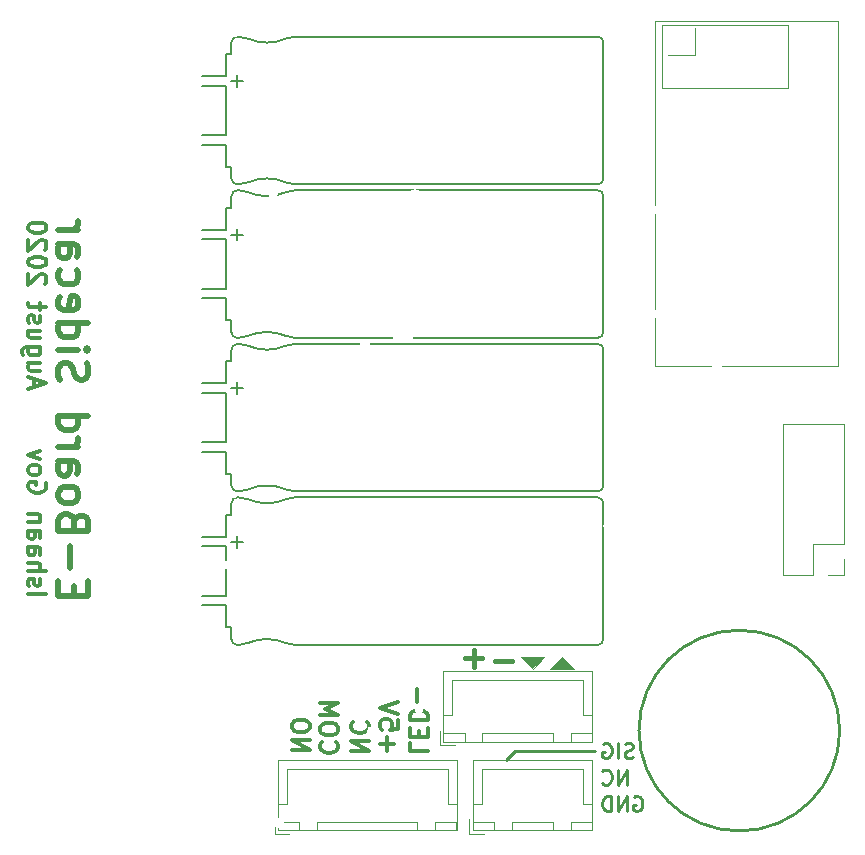
<source format=gbo>
G04 #@! TF.GenerationSoftware,KiCad,Pcbnew,(5.1.4)-1*
G04 #@! TF.CreationDate,2020-09-24T22:51:37-04:00*
G04 #@! TF.ProjectId,EBoard Sidecar,45426f61-7264-4205-9369-64656361722e,rev?*
G04 #@! TF.SameCoordinates,Original*
G04 #@! TF.FileFunction,Legend,Bot*
G04 #@! TF.FilePolarity,Positive*
%FSLAX46Y46*%
G04 Gerber Fmt 4.6, Leading zero omitted, Abs format (unit mm)*
G04 Created by KiCad (PCBNEW (5.1.4)-1) date 2020-09-24 22:51:37*
%MOMM*%
%LPD*%
G04 APERTURE LIST*
%ADD10C,0.304800*%
%ADD11C,0.508000*%
%ADD12C,0.254000*%
%ADD13C,0.381000*%
%ADD14C,0.100000*%
%ADD15C,0.120000*%
%ADD16C,0.203200*%
%ADD17O,5.101600X2.101600*%
%ADD18R,1.801600X1.801600*%
%ADD19O,1.801600X1.801600*%
%ADD20O,1.801600X2.101600*%
%ADD21C,1.801600*%
%ADD22C,1.625600*%
%ADD23R,1.625600X1.625600*%
%ADD24C,1.101600*%
%ADD25O,1.301600X2.501600*%
%ADD26O,1.301600X2.701600*%
%ADD27O,1.801600X2.051600*%
%ADD28C,4.601601*%
%ADD29O,2.701600X1.401600*%
%ADD30O,2.501600X1.301600*%
%ADD31C,1.701600*%
%ADD32R,1.701600X1.701600*%
%ADD33C,2.601600*%
%ADD34C,0.851600*%
%ADD35C,0.701600*%
G04 APERTURE END LIST*
D10*
X105810571Y-124439022D02*
X107334571Y-124439022D01*
X105883142Y-123785880D02*
X105810571Y-123640737D01*
X105810571Y-123350451D01*
X105883142Y-123205308D01*
X106028285Y-123132737D01*
X106100857Y-123132737D01*
X106246000Y-123205308D01*
X106318571Y-123350451D01*
X106318571Y-123568165D01*
X106391142Y-123713308D01*
X106536285Y-123785880D01*
X106608857Y-123785880D01*
X106754000Y-123713308D01*
X106826571Y-123568165D01*
X106826571Y-123350451D01*
X106754000Y-123205308D01*
X105810571Y-122479594D02*
X107334571Y-122479594D01*
X105810571Y-121826451D02*
X106608857Y-121826451D01*
X106754000Y-121899022D01*
X106826571Y-122044165D01*
X106826571Y-122261880D01*
X106754000Y-122407022D01*
X106681428Y-122479594D01*
X105810571Y-120447594D02*
X106608857Y-120447594D01*
X106754000Y-120520165D01*
X106826571Y-120665308D01*
X106826571Y-120955594D01*
X106754000Y-121100737D01*
X105883142Y-120447594D02*
X105810571Y-120592737D01*
X105810571Y-120955594D01*
X105883142Y-121100737D01*
X106028285Y-121173308D01*
X106173428Y-121173308D01*
X106318571Y-121100737D01*
X106391142Y-120955594D01*
X106391142Y-120592737D01*
X106463714Y-120447594D01*
X105810571Y-119068737D02*
X106608857Y-119068737D01*
X106754000Y-119141308D01*
X106826571Y-119286451D01*
X106826571Y-119576737D01*
X106754000Y-119721880D01*
X105883142Y-119068737D02*
X105810571Y-119213880D01*
X105810571Y-119576737D01*
X105883142Y-119721880D01*
X106028285Y-119794451D01*
X106173428Y-119794451D01*
X106318571Y-119721880D01*
X106391142Y-119576737D01*
X106391142Y-119213880D01*
X106463714Y-119068737D01*
X106826571Y-118343022D02*
X105810571Y-118343022D01*
X106681428Y-118343022D02*
X106754000Y-118270451D01*
X106826571Y-118125308D01*
X106826571Y-117907594D01*
X106754000Y-117762451D01*
X106608857Y-117689880D01*
X105810571Y-117689880D01*
X107262000Y-115004737D02*
X107334571Y-115149880D01*
X107334571Y-115367594D01*
X107262000Y-115585308D01*
X107116857Y-115730451D01*
X106971714Y-115803022D01*
X106681428Y-115875594D01*
X106463714Y-115875594D01*
X106173428Y-115803022D01*
X106028285Y-115730451D01*
X105883142Y-115585308D01*
X105810571Y-115367594D01*
X105810571Y-115222451D01*
X105883142Y-115004737D01*
X105955714Y-114932165D01*
X106463714Y-114932165D01*
X106463714Y-115222451D01*
X105810571Y-114061308D02*
X105883142Y-114206451D01*
X105955714Y-114279022D01*
X106100857Y-114351594D01*
X106536285Y-114351594D01*
X106681428Y-114279022D01*
X106754000Y-114206451D01*
X106826571Y-114061308D01*
X106826571Y-113843594D01*
X106754000Y-113698451D01*
X106681428Y-113625880D01*
X106536285Y-113553308D01*
X106100857Y-113553308D01*
X105955714Y-113625880D01*
X105883142Y-113698451D01*
X105810571Y-113843594D01*
X105810571Y-114061308D01*
X106826571Y-113045308D02*
X105810571Y-112682451D01*
X106826571Y-112319594D01*
X106246000Y-106922120D02*
X106246000Y-106196405D01*
X105810571Y-107067262D02*
X107334571Y-106559262D01*
X105810571Y-106051262D01*
X106826571Y-104890120D02*
X105810571Y-104890120D01*
X106826571Y-105543262D02*
X106028285Y-105543262D01*
X105883142Y-105470691D01*
X105810571Y-105325548D01*
X105810571Y-105107834D01*
X105883142Y-104962691D01*
X105955714Y-104890120D01*
X106826571Y-103511262D02*
X105592857Y-103511262D01*
X105447714Y-103583834D01*
X105375142Y-103656405D01*
X105302571Y-103801548D01*
X105302571Y-104019262D01*
X105375142Y-104164405D01*
X105883142Y-103511262D02*
X105810571Y-103656405D01*
X105810571Y-103946691D01*
X105883142Y-104091834D01*
X105955714Y-104164405D01*
X106100857Y-104236977D01*
X106536285Y-104236977D01*
X106681428Y-104164405D01*
X106754000Y-104091834D01*
X106826571Y-103946691D01*
X106826571Y-103656405D01*
X106754000Y-103511262D01*
X106826571Y-102132405D02*
X105810571Y-102132405D01*
X106826571Y-102785548D02*
X106028285Y-102785548D01*
X105883142Y-102712977D01*
X105810571Y-102567834D01*
X105810571Y-102350120D01*
X105883142Y-102204977D01*
X105955714Y-102132405D01*
X105883142Y-101479262D02*
X105810571Y-101334120D01*
X105810571Y-101043834D01*
X105883142Y-100898691D01*
X106028285Y-100826120D01*
X106100857Y-100826120D01*
X106246000Y-100898691D01*
X106318571Y-101043834D01*
X106318571Y-101261548D01*
X106391142Y-101406691D01*
X106536285Y-101479262D01*
X106608857Y-101479262D01*
X106754000Y-101406691D01*
X106826571Y-101261548D01*
X106826571Y-101043834D01*
X106754000Y-100898691D01*
X106826571Y-100390691D02*
X106826571Y-99810120D01*
X107334571Y-100172977D02*
X106028285Y-100172977D01*
X105883142Y-100100405D01*
X105810571Y-99955262D01*
X105810571Y-99810120D01*
X107189428Y-98213548D02*
X107262000Y-98140977D01*
X107334571Y-97995834D01*
X107334571Y-97632977D01*
X107262000Y-97487834D01*
X107189428Y-97415262D01*
X107044285Y-97342691D01*
X106899142Y-97342691D01*
X106681428Y-97415262D01*
X105810571Y-98286120D01*
X105810571Y-97342691D01*
X107334571Y-96399262D02*
X107334571Y-96254120D01*
X107262000Y-96108977D01*
X107189428Y-96036405D01*
X107044285Y-95963834D01*
X106754000Y-95891262D01*
X106391142Y-95891262D01*
X106100857Y-95963834D01*
X105955714Y-96036405D01*
X105883142Y-96108977D01*
X105810571Y-96254120D01*
X105810571Y-96399262D01*
X105883142Y-96544405D01*
X105955714Y-96616977D01*
X106100857Y-96689548D01*
X106391142Y-96762120D01*
X106754000Y-96762120D01*
X107044285Y-96689548D01*
X107189428Y-96616977D01*
X107262000Y-96544405D01*
X107334571Y-96399262D01*
X107189428Y-95310691D02*
X107262000Y-95238120D01*
X107334571Y-95092977D01*
X107334571Y-94730120D01*
X107262000Y-94584977D01*
X107189428Y-94512405D01*
X107044285Y-94439834D01*
X106899142Y-94439834D01*
X106681428Y-94512405D01*
X105810571Y-95383262D01*
X105810571Y-94439834D01*
X107334571Y-93496405D02*
X107334571Y-93351262D01*
X107262000Y-93206120D01*
X107189428Y-93133548D01*
X107044285Y-93060977D01*
X106754000Y-92988405D01*
X106391142Y-92988405D01*
X106100857Y-93060977D01*
X105955714Y-93133548D01*
X105883142Y-93206120D01*
X105810571Y-93351262D01*
X105810571Y-93496405D01*
X105883142Y-93641548D01*
X105955714Y-93714120D01*
X106100857Y-93786691D01*
X106391142Y-93859262D01*
X106754000Y-93859262D01*
X107044285Y-93786691D01*
X107189428Y-93714120D01*
X107262000Y-93641548D01*
X107334571Y-93496405D01*
D11*
X109681428Y-124565038D02*
X109681428Y-123718371D01*
X108350952Y-123355514D02*
X108350952Y-124565038D01*
X110890952Y-124565038D01*
X110890952Y-123355514D01*
X109318571Y-122266942D02*
X109318571Y-120331704D01*
X109681428Y-118275514D02*
X109560476Y-117912657D01*
X109439523Y-117791704D01*
X109197619Y-117670752D01*
X108834761Y-117670752D01*
X108592857Y-117791704D01*
X108471904Y-117912657D01*
X108350952Y-118154561D01*
X108350952Y-119122180D01*
X110890952Y-119122180D01*
X110890952Y-118275514D01*
X110770000Y-118033609D01*
X110649047Y-117912657D01*
X110407142Y-117791704D01*
X110165238Y-117791704D01*
X109923333Y-117912657D01*
X109802380Y-118033609D01*
X109681428Y-118275514D01*
X109681428Y-119122180D01*
X108350952Y-116219323D02*
X108471904Y-116461228D01*
X108592857Y-116582180D01*
X108834761Y-116703133D01*
X109560476Y-116703133D01*
X109802380Y-116582180D01*
X109923333Y-116461228D01*
X110044285Y-116219323D01*
X110044285Y-115856466D01*
X109923333Y-115614561D01*
X109802380Y-115493609D01*
X109560476Y-115372657D01*
X108834761Y-115372657D01*
X108592857Y-115493609D01*
X108471904Y-115614561D01*
X108350952Y-115856466D01*
X108350952Y-116219323D01*
X108350952Y-113195514D02*
X109681428Y-113195514D01*
X109923333Y-113316466D01*
X110044285Y-113558371D01*
X110044285Y-114042180D01*
X109923333Y-114284085D01*
X108471904Y-113195514D02*
X108350952Y-113437419D01*
X108350952Y-114042180D01*
X108471904Y-114284085D01*
X108713809Y-114405038D01*
X108955714Y-114405038D01*
X109197619Y-114284085D01*
X109318571Y-114042180D01*
X109318571Y-113437419D01*
X109439523Y-113195514D01*
X108350952Y-111985990D02*
X110044285Y-111985990D01*
X109560476Y-111985990D02*
X109802380Y-111865038D01*
X109923333Y-111744085D01*
X110044285Y-111502180D01*
X110044285Y-111260276D01*
X108350952Y-109325038D02*
X110890952Y-109325038D01*
X108471904Y-109325038D02*
X108350952Y-109566942D01*
X108350952Y-110050752D01*
X108471904Y-110292657D01*
X108592857Y-110413609D01*
X108834761Y-110534561D01*
X109560476Y-110534561D01*
X109802380Y-110413609D01*
X109923333Y-110292657D01*
X110044285Y-110050752D01*
X110044285Y-109566942D01*
X109923333Y-109325038D01*
X108471904Y-106301228D02*
X108350952Y-105938371D01*
X108350952Y-105333609D01*
X108471904Y-105091704D01*
X108592857Y-104970752D01*
X108834761Y-104849800D01*
X109076666Y-104849800D01*
X109318571Y-104970752D01*
X109439523Y-105091704D01*
X109560476Y-105333609D01*
X109681428Y-105817419D01*
X109802380Y-106059323D01*
X109923333Y-106180276D01*
X110165238Y-106301228D01*
X110407142Y-106301228D01*
X110649047Y-106180276D01*
X110770000Y-106059323D01*
X110890952Y-105817419D01*
X110890952Y-105212657D01*
X110770000Y-104849800D01*
X108350952Y-103761228D02*
X110044285Y-103761228D01*
X110890952Y-103761228D02*
X110770000Y-103882180D01*
X110649047Y-103761228D01*
X110770000Y-103640276D01*
X110890952Y-103761228D01*
X110649047Y-103761228D01*
X108350952Y-101463133D02*
X110890952Y-101463133D01*
X108471904Y-101463133D02*
X108350952Y-101705038D01*
X108350952Y-102188847D01*
X108471904Y-102430752D01*
X108592857Y-102551704D01*
X108834761Y-102672657D01*
X109560476Y-102672657D01*
X109802380Y-102551704D01*
X109923333Y-102430752D01*
X110044285Y-102188847D01*
X110044285Y-101705038D01*
X109923333Y-101463133D01*
X108471904Y-99285990D02*
X108350952Y-99527895D01*
X108350952Y-100011704D01*
X108471904Y-100253609D01*
X108713809Y-100374561D01*
X109681428Y-100374561D01*
X109923333Y-100253609D01*
X110044285Y-100011704D01*
X110044285Y-99527895D01*
X109923333Y-99285990D01*
X109681428Y-99165038D01*
X109439523Y-99165038D01*
X109197619Y-100374561D01*
X108471904Y-96987895D02*
X108350952Y-97229800D01*
X108350952Y-97713609D01*
X108471904Y-97955514D01*
X108592857Y-98076466D01*
X108834761Y-98197419D01*
X109560476Y-98197419D01*
X109802380Y-98076466D01*
X109923333Y-97955514D01*
X110044285Y-97713609D01*
X110044285Y-97229800D01*
X109923333Y-96987895D01*
X108350952Y-94810752D02*
X109681428Y-94810752D01*
X109923333Y-94931704D01*
X110044285Y-95173609D01*
X110044285Y-95657419D01*
X109923333Y-95899323D01*
X108471904Y-94810752D02*
X108350952Y-95052657D01*
X108350952Y-95657419D01*
X108471904Y-95899323D01*
X108713809Y-96020276D01*
X108955714Y-96020276D01*
X109197619Y-95899323D01*
X109318571Y-95657419D01*
X109318571Y-95052657D01*
X109439523Y-94810752D01*
X108350952Y-93601228D02*
X110044285Y-93601228D01*
X109560476Y-93601228D02*
X109802380Y-93480276D01*
X109923333Y-93359323D01*
X110044285Y-93117419D01*
X110044285Y-92875514D01*
D12*
X156463195Y-140574523D02*
X156463195Y-139304523D01*
X155737480Y-140574523D01*
X155737480Y-139304523D01*
X154407004Y-140453571D02*
X154467480Y-140514047D01*
X154648909Y-140574523D01*
X154769861Y-140574523D01*
X154951290Y-140514047D01*
X155072242Y-140393095D01*
X155132719Y-140272142D01*
X155193195Y-140030238D01*
X155193195Y-139848809D01*
X155132719Y-139606904D01*
X155072242Y-139485952D01*
X154951290Y-139365000D01*
X154769861Y-139304523D01*
X154648909Y-139304523D01*
X154467480Y-139365000D01*
X154407004Y-139425476D01*
X147000000Y-137750000D02*
X146250000Y-138500000D01*
X153750000Y-137750000D02*
X147000000Y-137750000D01*
X157007480Y-138264047D02*
X156826052Y-138324523D01*
X156523671Y-138324523D01*
X156402719Y-138264047D01*
X156342242Y-138203571D01*
X156281766Y-138082619D01*
X156281766Y-137961666D01*
X156342242Y-137840714D01*
X156402719Y-137780238D01*
X156523671Y-137719761D01*
X156765576Y-137659285D01*
X156886528Y-137598809D01*
X156947004Y-137538333D01*
X157007480Y-137417380D01*
X157007480Y-137296428D01*
X156947004Y-137175476D01*
X156886528Y-137115000D01*
X156765576Y-137054523D01*
X156463195Y-137054523D01*
X156281766Y-137115000D01*
X155737480Y-138324523D02*
X155737480Y-137054523D01*
X154467480Y-137115000D02*
X154588433Y-137054523D01*
X154769861Y-137054523D01*
X154951290Y-137115000D01*
X155072242Y-137235952D01*
X155132719Y-137356904D01*
X155193195Y-137598809D01*
X155193195Y-137780238D01*
X155132719Y-138022142D01*
X155072242Y-138143095D01*
X154951290Y-138264047D01*
X154769861Y-138324523D01*
X154648909Y-138324523D01*
X154467480Y-138264047D01*
X154407004Y-138203571D01*
X154407004Y-137780238D01*
X154648909Y-137780238D01*
X157067957Y-141615000D02*
X157188909Y-141554523D01*
X157370338Y-141554523D01*
X157551766Y-141615000D01*
X157672719Y-141735952D01*
X157733195Y-141856904D01*
X157793671Y-142098809D01*
X157793671Y-142280238D01*
X157733195Y-142522142D01*
X157672719Y-142643095D01*
X157551766Y-142764047D01*
X157370338Y-142824523D01*
X157249385Y-142824523D01*
X157067957Y-142764047D01*
X157007480Y-142703571D01*
X157007480Y-142280238D01*
X157249385Y-142280238D01*
X156463195Y-142824523D02*
X156463195Y-141554523D01*
X155737480Y-142824523D01*
X155737480Y-141554523D01*
X155132719Y-142824523D02*
X155132719Y-141554523D01*
X154830338Y-141554523D01*
X154648909Y-141615000D01*
X154527957Y-141735952D01*
X154467480Y-141856904D01*
X154407004Y-142098809D01*
X154407004Y-142280238D01*
X154467480Y-142522142D01*
X154527957Y-142643095D01*
X154648909Y-142764047D01*
X154830338Y-142824523D01*
X155132719Y-142824523D01*
D13*
X144225714Y-129886071D02*
X142774285Y-129886071D01*
X143500000Y-130611785D02*
X143500000Y-129160357D01*
X146725714Y-130136071D02*
X145274285Y-130136071D01*
D14*
G36*
X148500000Y-130750000D02*
G01*
X147500000Y-129750000D01*
X149500000Y-129750000D01*
X148500000Y-130750000D01*
G37*
X148500000Y-130750000D02*
X147500000Y-129750000D01*
X149500000Y-129750000D01*
X148500000Y-130750000D01*
G36*
X152000000Y-130750000D02*
G01*
X150000000Y-130750000D01*
X151000000Y-129750000D01*
X152000000Y-130750000D01*
G37*
X152000000Y-130750000D02*
X150000000Y-130750000D01*
X151000000Y-129750000D01*
X152000000Y-130750000D01*
D10*
X138110571Y-137013308D02*
X138110571Y-137739022D01*
X139634571Y-137739022D01*
X138908857Y-136505308D02*
X138908857Y-135997308D01*
X138110571Y-135779594D02*
X138110571Y-136505308D01*
X139634571Y-136505308D01*
X139634571Y-135779594D01*
X138110571Y-135126451D02*
X139634571Y-135126451D01*
X139634571Y-134763594D01*
X139562000Y-134545880D01*
X139416857Y-134400737D01*
X139271714Y-134328165D01*
X138981428Y-134255594D01*
X138763714Y-134255594D01*
X138473428Y-134328165D01*
X138328285Y-134400737D01*
X138183142Y-134545880D01*
X138110571Y-134763594D01*
X138110571Y-135126451D01*
X138691142Y-133602451D02*
X138691142Y-132441308D01*
X136191142Y-137739022D02*
X136191142Y-136577880D01*
X135610571Y-137158451D02*
X136771714Y-137158451D01*
X137134571Y-135126451D02*
X137134571Y-135852165D01*
X136408857Y-135924737D01*
X136481428Y-135852165D01*
X136554000Y-135707022D01*
X136554000Y-135344165D01*
X136481428Y-135199022D01*
X136408857Y-135126451D01*
X136263714Y-135053880D01*
X135900857Y-135053880D01*
X135755714Y-135126451D01*
X135683142Y-135199022D01*
X135610571Y-135344165D01*
X135610571Y-135707022D01*
X135683142Y-135852165D01*
X135755714Y-135924737D01*
X137134571Y-134618451D02*
X135610571Y-134110451D01*
X137134571Y-133602451D01*
X133110571Y-137739022D02*
X134634571Y-137739022D01*
X133110571Y-136868165D01*
X134634571Y-136868165D01*
X133255714Y-135271594D02*
X133183142Y-135344165D01*
X133110571Y-135561880D01*
X133110571Y-135707022D01*
X133183142Y-135924737D01*
X133328285Y-136069880D01*
X133473428Y-136142451D01*
X133763714Y-136215022D01*
X133981428Y-136215022D01*
X134271714Y-136142451D01*
X134416857Y-136069880D01*
X134562000Y-135924737D01*
X134634571Y-135707022D01*
X134634571Y-135561880D01*
X134562000Y-135344165D01*
X134489428Y-135271594D01*
X130655714Y-136968165D02*
X130583142Y-137040737D01*
X130510571Y-137258451D01*
X130510571Y-137403594D01*
X130583142Y-137621308D01*
X130728285Y-137766451D01*
X130873428Y-137839022D01*
X131163714Y-137911594D01*
X131381428Y-137911594D01*
X131671714Y-137839022D01*
X131816857Y-137766451D01*
X131962000Y-137621308D01*
X132034571Y-137403594D01*
X132034571Y-137258451D01*
X131962000Y-137040737D01*
X131889428Y-136968165D01*
X132034571Y-136024737D02*
X132034571Y-135734451D01*
X131962000Y-135589308D01*
X131816857Y-135444165D01*
X131526571Y-135371594D01*
X131018571Y-135371594D01*
X130728285Y-135444165D01*
X130583142Y-135589308D01*
X130510571Y-135734451D01*
X130510571Y-136024737D01*
X130583142Y-136169880D01*
X130728285Y-136315022D01*
X131018571Y-136387594D01*
X131526571Y-136387594D01*
X131816857Y-136315022D01*
X131962000Y-136169880D01*
X132034571Y-136024737D01*
X130510571Y-134718451D02*
X132034571Y-134718451D01*
X130946000Y-134210451D01*
X132034571Y-133702451D01*
X130510571Y-133702451D01*
X128110571Y-137639022D02*
X129634571Y-137639022D01*
X128110571Y-136768165D01*
X129634571Y-136768165D01*
X129634571Y-135752165D02*
X129634571Y-135461880D01*
X129562000Y-135316737D01*
X129416857Y-135171594D01*
X129126571Y-135099022D01*
X128618571Y-135099022D01*
X128328285Y-135171594D01*
X128183142Y-135316737D01*
X128110571Y-135461880D01*
X128110571Y-135752165D01*
X128183142Y-135897308D01*
X128328285Y-136042451D01*
X128618571Y-136115022D01*
X129126571Y-136115022D01*
X129416857Y-136042451D01*
X129562000Y-135897308D01*
X129634571Y-135752165D01*
D15*
X169670000Y-122830000D02*
X172270000Y-122830000D01*
X169670000Y-122830000D02*
X169670000Y-110010000D01*
X169670000Y-110010000D02*
X174870000Y-110010000D01*
X174870000Y-120230000D02*
X174870000Y-110010000D01*
X172270000Y-120230000D02*
X174870000Y-120230000D01*
X172270000Y-122830000D02*
X172270000Y-120230000D01*
X174870000Y-122830000D02*
X174870000Y-121500000D01*
X173540000Y-122830000D02*
X174870000Y-122830000D01*
X159476000Y-76230000D02*
X159476000Y-76230000D01*
X170144000Y-76230000D02*
X159476000Y-76230000D01*
X158900000Y-75900000D02*
X158900000Y-75900000D01*
X174350000Y-75900000D02*
X158900000Y-75900000D01*
X174350000Y-105100000D02*
X174350000Y-75900000D01*
X158900000Y-105100000D02*
X174350000Y-105100000D01*
X158900000Y-75900000D02*
X158900000Y-105100000D01*
X162270000Y-76484000D02*
X162270000Y-76484000D01*
X162270000Y-78770000D02*
X162270000Y-76484000D01*
X159984000Y-78770000D02*
X162270000Y-78770000D01*
X170144000Y-76230000D02*
X170144000Y-76230000D01*
X170144000Y-81564000D02*
X170144000Y-76230000D01*
X159476000Y-81564000D02*
X170144000Y-81564000D01*
X159476000Y-76230000D02*
X159476000Y-81564000D01*
X140650000Y-137250000D02*
X140650000Y-136000000D01*
X141900000Y-137250000D02*
X140650000Y-137250000D01*
X152800000Y-131750000D02*
X147250000Y-131750000D01*
X152800000Y-134700000D02*
X152800000Y-131750000D01*
X153550000Y-134700000D02*
X152800000Y-134700000D01*
X141700000Y-131750000D02*
X147250000Y-131750000D01*
X141700000Y-134700000D02*
X141700000Y-131750000D01*
X140950000Y-134700000D02*
X141700000Y-134700000D01*
X153550000Y-136950000D02*
X151750000Y-136950000D01*
X153550000Y-136200000D02*
X153550000Y-136950000D01*
X151750000Y-136200000D02*
X153550000Y-136200000D01*
X151750000Y-136950000D02*
X151750000Y-136200000D01*
X142750000Y-136950000D02*
X140950000Y-136950000D01*
X142750000Y-136200000D02*
X142750000Y-136950000D01*
X140950000Y-136200000D02*
X142750000Y-136200000D01*
X140950000Y-136950000D02*
X140950000Y-136200000D01*
X150250000Y-136950000D02*
X144250000Y-136950000D01*
X150250000Y-136200000D02*
X150250000Y-136950000D01*
X144250000Y-136200000D02*
X150250000Y-136200000D01*
X144250000Y-136950000D02*
X144250000Y-136200000D01*
X153560000Y-136960000D02*
X140940000Y-136960000D01*
X153560000Y-130990000D02*
X153560000Y-136960000D01*
X140940000Y-130990000D02*
X153560000Y-130990000D01*
X140940000Y-136960000D02*
X140940000Y-130990000D01*
X143150000Y-144750000D02*
X143150000Y-143500000D01*
X144400000Y-144750000D02*
X143150000Y-144750000D01*
X152800000Y-139250000D02*
X148500000Y-139250000D01*
X152800000Y-142200000D02*
X152800000Y-139250000D01*
X153550000Y-142200000D02*
X152800000Y-142200000D01*
X144200000Y-139250000D02*
X148500000Y-139250000D01*
X144200000Y-142200000D02*
X144200000Y-139250000D01*
X143450000Y-142200000D02*
X144200000Y-142200000D01*
X153550000Y-144450000D02*
X151750000Y-144450000D01*
X153550000Y-143700000D02*
X153550000Y-144450000D01*
X151750000Y-143700000D02*
X153550000Y-143700000D01*
X151750000Y-144450000D02*
X151750000Y-143700000D01*
X145250000Y-144450000D02*
X143450000Y-144450000D01*
X145250000Y-143700000D02*
X145250000Y-144450000D01*
X143450000Y-143700000D02*
X145250000Y-143700000D01*
X143450000Y-144450000D02*
X143450000Y-143700000D01*
X150250000Y-144450000D02*
X146750000Y-144450000D01*
X150250000Y-143700000D02*
X150250000Y-144450000D01*
X146750000Y-143700000D02*
X150250000Y-143700000D01*
X146750000Y-144450000D02*
X146750000Y-143700000D01*
X153560000Y-144460000D02*
X143440000Y-144460000D01*
X153560000Y-138490000D02*
X153560000Y-144460000D01*
X143440000Y-138490000D02*
X153560000Y-138490000D01*
X143440000Y-144460000D02*
X143440000Y-138490000D01*
X126650000Y-144750000D02*
X126650000Y-143500000D01*
X127900000Y-144750000D02*
X126650000Y-144750000D01*
X141300000Y-139250000D02*
X134500000Y-139250000D01*
X141300000Y-142200000D02*
X141300000Y-139250000D01*
X142050000Y-142200000D02*
X141300000Y-142200000D01*
X127700000Y-139250000D02*
X134500000Y-139250000D01*
X127700000Y-142200000D02*
X127700000Y-139250000D01*
X126950000Y-142200000D02*
X127700000Y-142200000D01*
X142050000Y-144450000D02*
X140250000Y-144450000D01*
X142050000Y-143700000D02*
X142050000Y-144450000D01*
X140250000Y-143700000D02*
X142050000Y-143700000D01*
X140250000Y-144450000D02*
X140250000Y-143700000D01*
X128750000Y-144450000D02*
X126950000Y-144450000D01*
X128750000Y-143700000D02*
X128750000Y-144450000D01*
X126950000Y-143700000D02*
X128750000Y-143700000D01*
X126950000Y-144450000D02*
X126950000Y-143700000D01*
X138750000Y-144450000D02*
X130250000Y-144450000D01*
X138750000Y-143700000D02*
X138750000Y-144450000D01*
X130250000Y-143700000D02*
X138750000Y-143700000D01*
X130250000Y-144450000D02*
X130250000Y-143700000D01*
X142060000Y-144460000D02*
X126940000Y-144460000D01*
X142060000Y-138490000D02*
X142060000Y-144460000D01*
X126940000Y-138490000D02*
X142060000Y-138490000D01*
X126940000Y-144460000D02*
X126940000Y-138490000D01*
D16*
X123500000Y-80500000D02*
X123500000Y-81500000D01*
X123000000Y-81000000D02*
X124000000Y-81000000D01*
X128397915Y-89750000D02*
X154000000Y-89750000D01*
X124401388Y-77416668D02*
G75*
G03X127598610Y-77416667I1598611J3666668D01*
G01*
X123602084Y-77250000D02*
X123500000Y-77250000D01*
X154000000Y-77250000D02*
X128397915Y-77250000D01*
X123499999Y-77250001D02*
G75*
G03X123000000Y-77750000I0J-499999D01*
G01*
X124401389Y-77416667D02*
G75*
G03X123602084Y-77250000I-799305J-1833333D01*
G01*
X123000000Y-77750000D02*
X123000000Y-78750000D01*
X154000000Y-89750000D02*
G75*
G03X154500000Y-89250000I0J500000D01*
G01*
X154500000Y-77750000D02*
G75*
G03X154000000Y-77250000I-500000J0D01*
G01*
X128397915Y-77250000D02*
G75*
G03X127598610Y-77416667I0J-2000001D01*
G01*
X127598611Y-89583332D02*
G75*
G03X124401389Y-89583333I-1598611J-3666668D01*
G01*
X122500000Y-86400000D02*
X122500000Y-88250000D01*
X122500000Y-88250000D02*
X123000000Y-88250000D01*
X123500000Y-89750000D02*
X123602084Y-89750000D01*
X122999999Y-89250001D02*
G75*
G03X123500000Y-89750000I500000J1D01*
G01*
X120500000Y-86400000D02*
X122500000Y-86400000D01*
X123602084Y-89750000D02*
G75*
G03X124401389Y-89583333I0J2000001D01*
G01*
X154500000Y-89250000D02*
X154500000Y-77750000D01*
X123000000Y-88250000D02*
X123000000Y-89250000D01*
X127598609Y-89583333D02*
G75*
G03X128397915Y-89750000I799306J1833334D01*
G01*
X120500000Y-81400000D02*
X122500000Y-81400000D01*
X122500000Y-81400000D02*
X122500000Y-85599999D01*
X123000000Y-78750000D02*
X122500000Y-78750000D01*
X122500000Y-78750000D02*
X122500000Y-80600000D01*
X122500000Y-80600000D02*
X120500000Y-80600000D01*
X122500000Y-85599999D02*
X120500000Y-85599999D01*
X123500000Y-106500000D02*
X123500000Y-107500000D01*
X123000000Y-107000000D02*
X124000000Y-107000000D01*
X128397915Y-115750000D02*
X154000000Y-115750000D01*
X124401388Y-103416668D02*
G75*
G03X127598610Y-103416667I1598611J3666668D01*
G01*
X123602084Y-103250000D02*
X123500000Y-103250000D01*
X154000000Y-103250000D02*
X128397915Y-103250000D01*
X123499999Y-103250001D02*
G75*
G03X123000000Y-103750000I0J-499999D01*
G01*
X124401389Y-103416667D02*
G75*
G03X123602084Y-103250000I-799305J-1833333D01*
G01*
X123000000Y-103750000D02*
X123000000Y-104750000D01*
X154000000Y-115750000D02*
G75*
G03X154500000Y-115250000I0J500000D01*
G01*
X154500000Y-103750000D02*
G75*
G03X154000000Y-103250000I-500000J0D01*
G01*
X128397915Y-103250000D02*
G75*
G03X127598610Y-103416667I0J-2000001D01*
G01*
X127598611Y-115583332D02*
G75*
G03X124401389Y-115583333I-1598611J-3666668D01*
G01*
X122500000Y-112400000D02*
X122500000Y-114250000D01*
X122500000Y-114250000D02*
X123000000Y-114250000D01*
X123500000Y-115750000D02*
X123602084Y-115750000D01*
X122999999Y-115250001D02*
G75*
G03X123500000Y-115750000I500000J1D01*
G01*
X120500000Y-112400000D02*
X122500000Y-112400000D01*
X123602084Y-115750000D02*
G75*
G03X124401389Y-115583333I0J2000001D01*
G01*
X154500000Y-115250000D02*
X154500000Y-103750000D01*
X123000000Y-114250000D02*
X123000000Y-115250000D01*
X127598609Y-115583333D02*
G75*
G03X128397915Y-115750000I799306J1833334D01*
G01*
X120500000Y-107400000D02*
X122500000Y-107400000D01*
X122500000Y-107400000D02*
X122500000Y-111599999D01*
X123000000Y-104750000D02*
X122500000Y-104750000D01*
X122500000Y-104750000D02*
X122500000Y-106600000D01*
X122500000Y-106600000D02*
X120500000Y-106600000D01*
X122500000Y-111599999D02*
X120500000Y-111599999D01*
X123500000Y-119500000D02*
X123500000Y-120500000D01*
X123000000Y-120000000D02*
X124000000Y-120000000D01*
X128397915Y-128750000D02*
X154000000Y-128750000D01*
X124401388Y-116416668D02*
G75*
G03X127598610Y-116416667I1598611J3666668D01*
G01*
X123602084Y-116250000D02*
X123500000Y-116250000D01*
X154000000Y-116250000D02*
X128397915Y-116250000D01*
X123499999Y-116250001D02*
G75*
G03X123000000Y-116750000I0J-499999D01*
G01*
X124401389Y-116416667D02*
G75*
G03X123602084Y-116250000I-799305J-1833333D01*
G01*
X123000000Y-116750000D02*
X123000000Y-117750000D01*
X154000000Y-128750000D02*
G75*
G03X154500000Y-128250000I0J500000D01*
G01*
X154500000Y-116750000D02*
G75*
G03X154000000Y-116250000I-500000J0D01*
G01*
X128397915Y-116250000D02*
G75*
G03X127598610Y-116416667I0J-2000001D01*
G01*
X127598611Y-128583332D02*
G75*
G03X124401389Y-128583333I-1598611J-3666668D01*
G01*
X122500000Y-125400000D02*
X122500000Y-127250000D01*
X122500000Y-127250000D02*
X123000000Y-127250000D01*
X123500000Y-128750000D02*
X123602084Y-128750000D01*
X122999999Y-128250001D02*
G75*
G03X123500000Y-128750000I500000J1D01*
G01*
X120500000Y-125400000D02*
X122500000Y-125400000D01*
X123602084Y-128750000D02*
G75*
G03X124401389Y-128583333I0J2000001D01*
G01*
X154500000Y-128250000D02*
X154500000Y-116750000D01*
X123000000Y-127250000D02*
X123000000Y-128250000D01*
X127598609Y-128583333D02*
G75*
G03X128397915Y-128750000I799306J1833334D01*
G01*
X120500000Y-120400000D02*
X122500000Y-120400000D01*
X122500000Y-120400000D02*
X122500000Y-124599999D01*
X123000000Y-117750000D02*
X122500000Y-117750000D01*
X122500000Y-117750000D02*
X122500000Y-119600000D01*
X122500000Y-119600000D02*
X120500000Y-119600000D01*
X122500000Y-124599999D02*
X120500000Y-124599999D01*
X123500000Y-93500000D02*
X123500000Y-94500000D01*
X123000000Y-94000000D02*
X124000000Y-94000000D01*
X128397915Y-102750000D02*
X154000000Y-102750000D01*
X124401388Y-90416668D02*
G75*
G03X127598610Y-90416667I1598611J3666668D01*
G01*
X123602084Y-90250000D02*
X123500000Y-90250000D01*
X154000000Y-90250000D02*
X128397915Y-90250000D01*
X123499999Y-90250001D02*
G75*
G03X123000000Y-90750000I0J-499999D01*
G01*
X124401389Y-90416667D02*
G75*
G03X123602084Y-90250000I-799305J-1833333D01*
G01*
X123000000Y-90750000D02*
X123000000Y-91750000D01*
X154000000Y-102750000D02*
G75*
G03X154500000Y-102250000I0J500000D01*
G01*
X154500000Y-90750000D02*
G75*
G03X154000000Y-90250000I-500000J0D01*
G01*
X128397915Y-90250000D02*
G75*
G03X127598610Y-90416667I0J-2000001D01*
G01*
X127598611Y-102583332D02*
G75*
G03X124401389Y-102583333I-1598611J-3666668D01*
G01*
X122500000Y-99400000D02*
X122500000Y-101250000D01*
X122500000Y-101250000D02*
X123000000Y-101250000D01*
X123500000Y-102750000D02*
X123602084Y-102750000D01*
X122999999Y-102250001D02*
G75*
G03X123500000Y-102750000I500000J1D01*
G01*
X120500000Y-99400000D02*
X122500000Y-99400000D01*
X123602084Y-102750000D02*
G75*
G03X124401389Y-102583333I0J2000001D01*
G01*
X154500000Y-102250000D02*
X154500000Y-90750000D01*
X123000000Y-101250000D02*
X123000000Y-102250000D01*
X127598609Y-102583333D02*
G75*
G03X128397915Y-102750000I799306J1833334D01*
G01*
X120500000Y-94400000D02*
X122500000Y-94400000D01*
X122500000Y-94400000D02*
X122500000Y-98599999D01*
X123000000Y-91750000D02*
X122500000Y-91750000D01*
X122500000Y-91750000D02*
X122500000Y-93600000D01*
X122500000Y-93600000D02*
X120500000Y-93600000D01*
X122500000Y-98599999D02*
X120500000Y-98599999D01*
D12*
X174500000Y-136000000D02*
G75*
G03X174500000Y-136000000I-8500000J0D01*
G01*
%LPC*%
D17*
X178750000Y-127500000D03*
X178750000Y-92500000D03*
X96250000Y-120000000D03*
X96250000Y-100000000D03*
D18*
X173540000Y-121500000D03*
D19*
X171000000Y-121500000D03*
X173540000Y-118960000D03*
X171000000Y-118960000D03*
X173540000Y-116420000D03*
X171000000Y-116420000D03*
X173540000Y-113880000D03*
X171000000Y-113880000D03*
X173540000Y-111340000D03*
X171000000Y-111340000D03*
D20*
X141000000Y-79000000D03*
D14*
G36*
X144161828Y-77950476D02*
G01*
X144187546Y-77954291D01*
X144212767Y-77960608D01*
X144237248Y-77969367D01*
X144260751Y-77980484D01*
X144283052Y-77993851D01*
X144303936Y-78009339D01*
X144323201Y-78026799D01*
X144340661Y-78046064D01*
X144356149Y-78066948D01*
X144369516Y-78089249D01*
X144380633Y-78112752D01*
X144389392Y-78137233D01*
X144395709Y-78162454D01*
X144399524Y-78188172D01*
X144400800Y-78214141D01*
X144400800Y-79785859D01*
X144399524Y-79811828D01*
X144395709Y-79837546D01*
X144389392Y-79862767D01*
X144380633Y-79887248D01*
X144369516Y-79910751D01*
X144356149Y-79933052D01*
X144340661Y-79953936D01*
X144323201Y-79973201D01*
X144303936Y-79990661D01*
X144283052Y-80006149D01*
X144260751Y-80019516D01*
X144237248Y-80030633D01*
X144212767Y-80039392D01*
X144187546Y-80045709D01*
X144161828Y-80049524D01*
X144135859Y-80050800D01*
X142864141Y-80050800D01*
X142838172Y-80049524D01*
X142812454Y-80045709D01*
X142787233Y-80039392D01*
X142762752Y-80030633D01*
X142739249Y-80019516D01*
X142716948Y-80006149D01*
X142696064Y-79990661D01*
X142676799Y-79973201D01*
X142659339Y-79953936D01*
X142643851Y-79933052D01*
X142630484Y-79910751D01*
X142619367Y-79887248D01*
X142610608Y-79862767D01*
X142604291Y-79837546D01*
X142600476Y-79811828D01*
X142599200Y-79785859D01*
X142599200Y-78214141D01*
X142600476Y-78188172D01*
X142604291Y-78162454D01*
X142610608Y-78137233D01*
X142619367Y-78112752D01*
X142630484Y-78089249D01*
X142643851Y-78066948D01*
X142659339Y-78046064D01*
X142676799Y-78026799D01*
X142696064Y-78009339D01*
X142716948Y-77993851D01*
X142739249Y-77980484D01*
X142762752Y-77969367D01*
X142787233Y-77960608D01*
X142812454Y-77954291D01*
X142838172Y-77950476D01*
X142864141Y-77949200D01*
X144135859Y-77949200D01*
X144161828Y-77950476D01*
X144161828Y-77950476D01*
G37*
D21*
X143500000Y-79000000D03*
D20*
X131500000Y-79000000D03*
D14*
G36*
X134661828Y-77950476D02*
G01*
X134687546Y-77954291D01*
X134712767Y-77960608D01*
X134737248Y-77969367D01*
X134760751Y-77980484D01*
X134783052Y-77993851D01*
X134803936Y-78009339D01*
X134823201Y-78026799D01*
X134840661Y-78046064D01*
X134856149Y-78066948D01*
X134869516Y-78089249D01*
X134880633Y-78112752D01*
X134889392Y-78137233D01*
X134895709Y-78162454D01*
X134899524Y-78188172D01*
X134900800Y-78214141D01*
X134900800Y-79785859D01*
X134899524Y-79811828D01*
X134895709Y-79837546D01*
X134889392Y-79862767D01*
X134880633Y-79887248D01*
X134869516Y-79910751D01*
X134856149Y-79933052D01*
X134840661Y-79953936D01*
X134823201Y-79973201D01*
X134803936Y-79990661D01*
X134783052Y-80006149D01*
X134760751Y-80019516D01*
X134737248Y-80030633D01*
X134712767Y-80039392D01*
X134687546Y-80045709D01*
X134661828Y-80049524D01*
X134635859Y-80050800D01*
X133364141Y-80050800D01*
X133338172Y-80049524D01*
X133312454Y-80045709D01*
X133287233Y-80039392D01*
X133262752Y-80030633D01*
X133239249Y-80019516D01*
X133216948Y-80006149D01*
X133196064Y-79990661D01*
X133176799Y-79973201D01*
X133159339Y-79953936D01*
X133143851Y-79933052D01*
X133130484Y-79910751D01*
X133119367Y-79887248D01*
X133110608Y-79862767D01*
X133104291Y-79837546D01*
X133100476Y-79811828D01*
X133099200Y-79785859D01*
X133099200Y-78214141D01*
X133100476Y-78188172D01*
X133104291Y-78162454D01*
X133110608Y-78137233D01*
X133119367Y-78112752D01*
X133130484Y-78089249D01*
X133143851Y-78066948D01*
X133159339Y-78046064D01*
X133176799Y-78026799D01*
X133196064Y-78009339D01*
X133216948Y-77993851D01*
X133239249Y-77980484D01*
X133262752Y-77969367D01*
X133287233Y-77960608D01*
X133312454Y-77954291D01*
X133338172Y-77950476D01*
X133364141Y-77949200D01*
X134635859Y-77949200D01*
X134661828Y-77950476D01*
X134661828Y-77950476D01*
G37*
D21*
X134000000Y-79000000D03*
D22*
X168620000Y-80040000D03*
X168620000Y-77500000D03*
X166080000Y-80040000D03*
X166080000Y-77500000D03*
X163540000Y-80040000D03*
X163540000Y-77500000D03*
X161000000Y-80040000D03*
D23*
X161000000Y-77500000D03*
D24*
X160500000Y-111600000D03*
X160500000Y-110000000D03*
X160500000Y-108400000D03*
X161500000Y-109200000D03*
X161500000Y-110800000D03*
D25*
X159250000Y-111900000D03*
X162750000Y-110000000D03*
D26*
X159250000Y-107600000D03*
D27*
X151000000Y-134500000D03*
X148500000Y-134500000D03*
X146000000Y-134500000D03*
D14*
G36*
X144161828Y-133475476D02*
G01*
X144187546Y-133479291D01*
X144212767Y-133485608D01*
X144237248Y-133494367D01*
X144260751Y-133505484D01*
X144283052Y-133518851D01*
X144303936Y-133534339D01*
X144323201Y-133551799D01*
X144340661Y-133571064D01*
X144356149Y-133591948D01*
X144369516Y-133614249D01*
X144380633Y-133637752D01*
X144389392Y-133662233D01*
X144395709Y-133687454D01*
X144399524Y-133713172D01*
X144400800Y-133739141D01*
X144400800Y-135260859D01*
X144399524Y-135286828D01*
X144395709Y-135312546D01*
X144389392Y-135337767D01*
X144380633Y-135362248D01*
X144369516Y-135385751D01*
X144356149Y-135408052D01*
X144340661Y-135428936D01*
X144323201Y-135448201D01*
X144303936Y-135465661D01*
X144283052Y-135481149D01*
X144260751Y-135494516D01*
X144237248Y-135505633D01*
X144212767Y-135514392D01*
X144187546Y-135520709D01*
X144161828Y-135524524D01*
X144135859Y-135525800D01*
X142864141Y-135525800D01*
X142838172Y-135524524D01*
X142812454Y-135520709D01*
X142787233Y-135514392D01*
X142762752Y-135505633D01*
X142739249Y-135494516D01*
X142716948Y-135481149D01*
X142696064Y-135465661D01*
X142676799Y-135448201D01*
X142659339Y-135428936D01*
X142643851Y-135408052D01*
X142630484Y-135385751D01*
X142619367Y-135362248D01*
X142610608Y-135337767D01*
X142604291Y-135312546D01*
X142600476Y-135286828D01*
X142599200Y-135260859D01*
X142599200Y-133739141D01*
X142600476Y-133713172D01*
X142604291Y-133687454D01*
X142610608Y-133662233D01*
X142619367Y-133637752D01*
X142630484Y-133614249D01*
X142643851Y-133591948D01*
X142659339Y-133571064D01*
X142676799Y-133551799D01*
X142696064Y-133534339D01*
X142716948Y-133518851D01*
X142739249Y-133505484D01*
X142762752Y-133494367D01*
X142787233Y-133485608D01*
X142812454Y-133479291D01*
X142838172Y-133475476D01*
X142864141Y-133474200D01*
X144135859Y-133474200D01*
X144161828Y-133475476D01*
X144161828Y-133475476D01*
G37*
D21*
X143500000Y-134500000D03*
D27*
X151000000Y-142000000D03*
X148500000Y-142000000D03*
D14*
G36*
X146661828Y-140975476D02*
G01*
X146687546Y-140979291D01*
X146712767Y-140985608D01*
X146737248Y-140994367D01*
X146760751Y-141005484D01*
X146783052Y-141018851D01*
X146803936Y-141034339D01*
X146823201Y-141051799D01*
X146840661Y-141071064D01*
X146856149Y-141091948D01*
X146869516Y-141114249D01*
X146880633Y-141137752D01*
X146889392Y-141162233D01*
X146895709Y-141187454D01*
X146899524Y-141213172D01*
X146900800Y-141239141D01*
X146900800Y-142760859D01*
X146899524Y-142786828D01*
X146895709Y-142812546D01*
X146889392Y-142837767D01*
X146880633Y-142862248D01*
X146869516Y-142885751D01*
X146856149Y-142908052D01*
X146840661Y-142928936D01*
X146823201Y-142948201D01*
X146803936Y-142965661D01*
X146783052Y-142981149D01*
X146760751Y-142994516D01*
X146737248Y-143005633D01*
X146712767Y-143014392D01*
X146687546Y-143020709D01*
X146661828Y-143024524D01*
X146635859Y-143025800D01*
X145364141Y-143025800D01*
X145338172Y-143024524D01*
X145312454Y-143020709D01*
X145287233Y-143014392D01*
X145262752Y-143005633D01*
X145239249Y-142994516D01*
X145216948Y-142981149D01*
X145196064Y-142965661D01*
X145176799Y-142948201D01*
X145159339Y-142928936D01*
X145143851Y-142908052D01*
X145130484Y-142885751D01*
X145119367Y-142862248D01*
X145110608Y-142837767D01*
X145104291Y-142812546D01*
X145100476Y-142786828D01*
X145099200Y-142760859D01*
X145099200Y-141239141D01*
X145100476Y-141213172D01*
X145104291Y-141187454D01*
X145110608Y-141162233D01*
X145119367Y-141137752D01*
X145130484Y-141114249D01*
X145143851Y-141091948D01*
X145159339Y-141071064D01*
X145176799Y-141051799D01*
X145196064Y-141034339D01*
X145216948Y-141018851D01*
X145239249Y-141005484D01*
X145262752Y-140994367D01*
X145287233Y-140985608D01*
X145312454Y-140979291D01*
X145338172Y-140975476D01*
X145364141Y-140974200D01*
X146635859Y-140974200D01*
X146661828Y-140975476D01*
X146661828Y-140975476D01*
G37*
D21*
X146000000Y-142000000D03*
D28*
X107650000Y-79900000D03*
X107650000Y-87100000D03*
D29*
X101650000Y-76750000D03*
X101650000Y-90250000D03*
D27*
X139500000Y-142000000D03*
X137000000Y-142000000D03*
X134500000Y-142000000D03*
X132000000Y-142000000D03*
D14*
G36*
X130161828Y-140975476D02*
G01*
X130187546Y-140979291D01*
X130212767Y-140985608D01*
X130237248Y-140994367D01*
X130260751Y-141005484D01*
X130283052Y-141018851D01*
X130303936Y-141034339D01*
X130323201Y-141051799D01*
X130340661Y-141071064D01*
X130356149Y-141091948D01*
X130369516Y-141114249D01*
X130380633Y-141137752D01*
X130389392Y-141162233D01*
X130395709Y-141187454D01*
X130399524Y-141213172D01*
X130400800Y-141239141D01*
X130400800Y-142760859D01*
X130399524Y-142786828D01*
X130395709Y-142812546D01*
X130389392Y-142837767D01*
X130380633Y-142862248D01*
X130369516Y-142885751D01*
X130356149Y-142908052D01*
X130340661Y-142928936D01*
X130323201Y-142948201D01*
X130303936Y-142965661D01*
X130283052Y-142981149D01*
X130260751Y-142994516D01*
X130237248Y-143005633D01*
X130212767Y-143014392D01*
X130187546Y-143020709D01*
X130161828Y-143024524D01*
X130135859Y-143025800D01*
X128864141Y-143025800D01*
X128838172Y-143024524D01*
X128812454Y-143020709D01*
X128787233Y-143014392D01*
X128762752Y-143005633D01*
X128739249Y-142994516D01*
X128716948Y-142981149D01*
X128696064Y-142965661D01*
X128676799Y-142948201D01*
X128659339Y-142928936D01*
X128643851Y-142908052D01*
X128630484Y-142885751D01*
X128619367Y-142862248D01*
X128610608Y-142837767D01*
X128604291Y-142812546D01*
X128600476Y-142786828D01*
X128599200Y-142760859D01*
X128599200Y-141239141D01*
X128600476Y-141213172D01*
X128604291Y-141187454D01*
X128610608Y-141162233D01*
X128619367Y-141137752D01*
X128630484Y-141114249D01*
X128643851Y-141091948D01*
X128659339Y-141071064D01*
X128676799Y-141051799D01*
X128696064Y-141034339D01*
X128716948Y-141018851D01*
X128739249Y-141005484D01*
X128762752Y-140994367D01*
X128787233Y-140985608D01*
X128812454Y-140979291D01*
X128838172Y-140975476D01*
X128864141Y-140974200D01*
X130135859Y-140974200D01*
X130161828Y-140975476D01*
X130161828Y-140975476D01*
G37*
D21*
X129500000Y-142000000D03*
D28*
X116350000Y-140100000D03*
X116350000Y-132900000D03*
D30*
X110350000Y-143250000D03*
X110350000Y-129750000D03*
D31*
X137500000Y-104500000D03*
D32*
X137500000Y-102000000D03*
D22*
X119500000Y-81000000D03*
X119500000Y-86000000D03*
X119500000Y-107000000D03*
X119500000Y-112000000D03*
X119500000Y-120000000D03*
X119500000Y-125000000D03*
X119500000Y-94000000D03*
X119500000Y-99000000D03*
D33*
X161000000Y-136000000D03*
X171000000Y-136000000D03*
D34*
X127000000Y-143800000D03*
X135400000Y-126200000D03*
X135400000Y-124900000D03*
X134875000Y-136025000D03*
X138875000Y-134075000D03*
X132200000Y-124200000D03*
X133000000Y-119800000D03*
X159600000Y-88000000D03*
X159625000Y-93825000D03*
X173400000Y-88100000D03*
X173300000Y-93800000D03*
X159200000Y-91900000D03*
X168800000Y-90400000D03*
X165000000Y-101800000D03*
X169000000Y-101800000D03*
X165050000Y-140450000D03*
X161000000Y-132900000D03*
X172300000Y-126500000D03*
X155000000Y-128900000D03*
X151500000Y-125500000D03*
X148800000Y-122700000D03*
X143700000Y-109200000D03*
X142400000Y-114800000D03*
X141600000Y-119600000D03*
X142900000Y-117600000D03*
X148800000Y-117300000D03*
X155400000Y-120900000D03*
X155000000Y-109300000D03*
X150600000Y-110700000D03*
X151400000Y-107400000D03*
X140500000Y-106300000D03*
X130875000Y-112375000D03*
X126500000Y-90600000D03*
X126500000Y-91800000D03*
X138500000Y-90600000D03*
X138500000Y-91800000D03*
X131000000Y-100200000D03*
X132000000Y-100200000D03*
X142900000Y-100100000D03*
X144100000Y-100100000D03*
X143100000Y-132500000D03*
X144300000Y-132500000D03*
X139000000Y-124900000D03*
X135000000Y-114600000D03*
X146000000Y-117600000D03*
X144900000Y-117600000D03*
X147100000Y-117600000D03*
X146000000Y-120700000D03*
X147100000Y-120700000D03*
X144900000Y-120700000D03*
X150000000Y-109250000D03*
X148000000Y-109250000D03*
X149000000Y-109250000D03*
X157000000Y-100750000D03*
X158000000Y-100750000D03*
X159000000Y-100750000D03*
X128800000Y-131400000D03*
X128800000Y-132500000D03*
X126500000Y-87500000D03*
X127800000Y-99900000D03*
X138500000Y-87500000D03*
X139800000Y-99900000D03*
X164100000Y-105200000D03*
X164100000Y-101200000D03*
X168000000Y-104700000D03*
X168000000Y-101200000D03*
X142400000Y-112800000D03*
X155800000Y-119600000D03*
X154900000Y-118700000D03*
X144800000Y-109200000D03*
X127800000Y-98600000D03*
X134350000Y-103250000D03*
X165900000Y-82800000D03*
X128300000Y-113250000D03*
X138200000Y-114100000D03*
X128300000Y-111500000D03*
X138200000Y-112800000D03*
D35*
X119500000Y-127400000D03*
X112892000Y-126500000D03*
D34*
X127000000Y-112550000D03*
X122350000Y-122000000D03*
M02*

</source>
